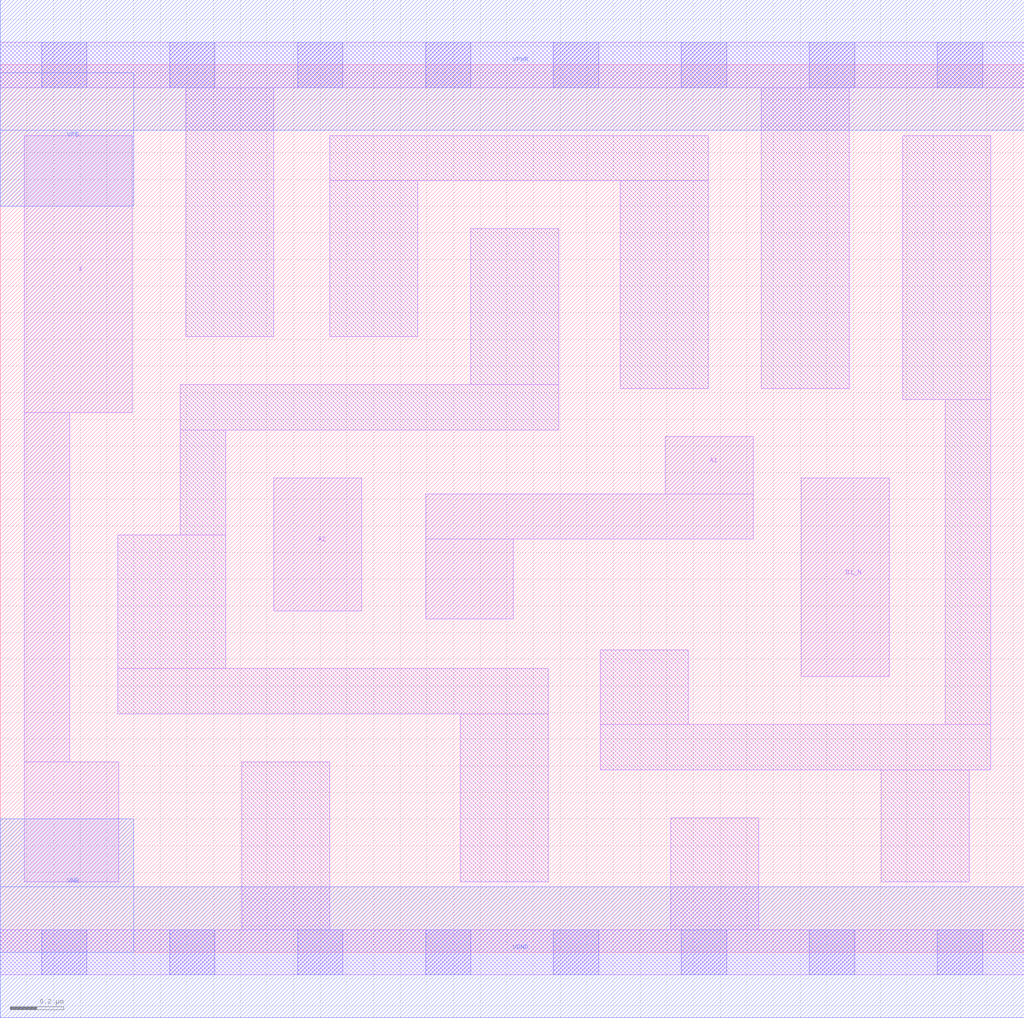
<source format=lef>
# Copyright 2020 The SkyWater PDK Authors
#
# Licensed under the Apache License, Version 2.0 (the "License");
# you may not use this file except in compliance with the License.
# You may obtain a copy of the License at
#
#     https://www.apache.org/licenses/LICENSE-2.0
#
# Unless required by applicable law or agreed to in writing, software
# distributed under the License is distributed on an "AS IS" BASIS,
# WITHOUT WARRANTIES OR CONDITIONS OF ANY KIND, either express or implied.
# See the License for the specific language governing permissions and
# limitations under the License.
#
# SPDX-License-Identifier: Apache-2.0

VERSION 5.5 ;
NAMESCASESENSITIVE ON ;
BUSBITCHARS "[]" ;
DIVIDERCHAR "/" ;
MACRO sky130_fd_sc_lp__a21bo_lp
  CLASS CORE ;
  SOURCE USER ;
  ORIGIN  0.000000  0.000000 ;
  SIZE  3.840000 BY  3.330000 ;
  SYMMETRY X Y R90 ;
  SITE unit ;
  PIN A1
    ANTENNAGATEAREA  0.313000 ;
    DIRECTION INPUT ;
    USE SIGNAL ;
    PORT
      LAYER li1 ;
        RECT 1.595000 1.250000 1.925000 1.550000 ;
        RECT 1.595000 1.550000 2.825000 1.720000 ;
        RECT 2.495000 1.720000 2.825000 1.935000 ;
    END
  END A1
  PIN A2
    ANTENNAGATEAREA  0.313000 ;
    DIRECTION INPUT ;
    USE SIGNAL ;
    PORT
      LAYER li1 ;
        RECT 1.025000 1.280000 1.355000 1.780000 ;
    END
  END A2
  PIN B1_N
    ANTENNAGATEAREA  0.376000 ;
    DIRECTION INPUT ;
    USE SIGNAL ;
    PORT
      LAYER li1 ;
        RECT 3.005000 1.035000 3.335000 1.780000 ;
    END
  END B1_N
  PIN X
    ANTENNADIFFAREA  0.404700 ;
    DIRECTION OUTPUT ;
    USE SIGNAL ;
    PORT
      LAYER li1 ;
        RECT 0.090000 0.265000 0.445000 0.715000 ;
        RECT 0.090000 0.715000 0.260000 2.025000 ;
        RECT 0.090000 2.025000 0.495000 3.065000 ;
    END
  END X
  PIN VGND
    DIRECTION INOUT ;
    USE GROUND ;
    PORT
      LAYER met1 ;
        RECT 0.000000 -0.245000 3.840000 0.245000 ;
    END
  END VGND
  PIN VNB
    DIRECTION INOUT ;
    USE GROUND ;
    PORT
      LAYER met1 ;
        RECT 0.000000 0.000000 0.500000 0.500000 ;
    END
  END VNB
  PIN VPB
    DIRECTION INOUT ;
    USE POWER ;
    PORT
      LAYER met1 ;
        RECT 0.000000 2.800000 0.500000 3.300000 ;
    END
  END VPB
  PIN VPWR
    DIRECTION INOUT ;
    USE POWER ;
    PORT
      LAYER met1 ;
        RECT 0.000000 3.085000 3.840000 3.575000 ;
    END
  END VPWR
  OBS
    LAYER li1 ;
      RECT 0.000000 -0.085000 3.840000 0.085000 ;
      RECT 0.000000  3.245000 3.840000 3.415000 ;
      RECT 0.440000  0.895000 2.055000 1.065000 ;
      RECT 0.440000  1.065000 0.845000 1.565000 ;
      RECT 0.675000  1.565000 0.845000 1.960000 ;
      RECT 0.675000  1.960000 2.095000 2.130000 ;
      RECT 0.695000  2.310000 1.025000 3.245000 ;
      RECT 0.905000  0.085000 1.235000 0.715000 ;
      RECT 1.235000  2.310000 1.565000 2.895000 ;
      RECT 1.235000  2.895000 2.655000 3.065000 ;
      RECT 1.725000  0.265000 2.055000 0.895000 ;
      RECT 1.765000  2.130000 2.095000 2.715000 ;
      RECT 2.250000  0.685000 3.715000 0.855000 ;
      RECT 2.250000  0.855000 2.580000 1.135000 ;
      RECT 2.325000  2.115000 2.655000 2.895000 ;
      RECT 2.515000  0.085000 2.845000 0.505000 ;
      RECT 2.855000  2.115000 3.185000 3.245000 ;
      RECT 3.305000  0.265000 3.635000 0.685000 ;
      RECT 3.385000  2.075000 3.715000 3.065000 ;
      RECT 3.545000  0.855000 3.715000 2.075000 ;
    LAYER mcon ;
      RECT 0.155000 -0.085000 0.325000 0.085000 ;
      RECT 0.155000  3.245000 0.325000 3.415000 ;
      RECT 0.635000 -0.085000 0.805000 0.085000 ;
      RECT 0.635000  3.245000 0.805000 3.415000 ;
      RECT 1.115000 -0.085000 1.285000 0.085000 ;
      RECT 1.115000  3.245000 1.285000 3.415000 ;
      RECT 1.595000 -0.085000 1.765000 0.085000 ;
      RECT 1.595000  3.245000 1.765000 3.415000 ;
      RECT 2.075000 -0.085000 2.245000 0.085000 ;
      RECT 2.075000  3.245000 2.245000 3.415000 ;
      RECT 2.555000 -0.085000 2.725000 0.085000 ;
      RECT 2.555000  3.245000 2.725000 3.415000 ;
      RECT 3.035000 -0.085000 3.205000 0.085000 ;
      RECT 3.035000  3.245000 3.205000 3.415000 ;
      RECT 3.515000 -0.085000 3.685000 0.085000 ;
      RECT 3.515000  3.245000 3.685000 3.415000 ;
  END
END sky130_fd_sc_lp__a21bo_lp

</source>
